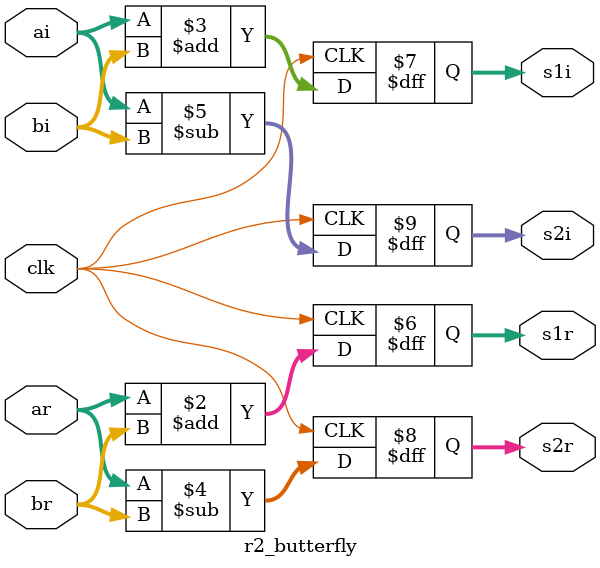
<source format=v>
`timescale 1ns / 1ps
module r2_butterfly(
    input [17:0] ar,
    input [17:0] ai,
    input [17:0] br,
    input [17:0] bi,
    input clk,
    output reg [17:0] s1r,
    output reg [17:0] s1i,
    output reg [17:0] s2r,
    output reg [17:0] s2i
    );
	 
always @(posedge clk)
begin
	s1r <= ar + br;
	s1i <= ai + bi;
	s2r <= ar - br;
	s2i <= ai - bi;
end


endmodule

</source>
